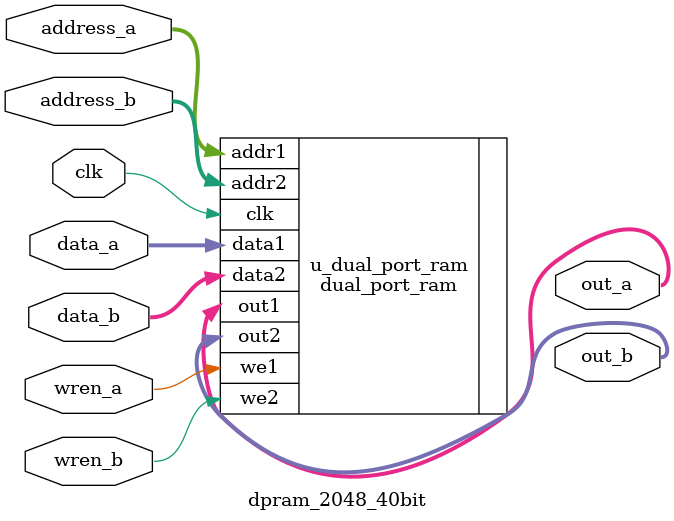
<source format=v>
module dpram_2048_40bit (
    clk,
    address_a,
    address_b,
    wren_a,
    wren_b,
    data_a,
    data_b,
    out_a,
    out_b
);
parameter AWIDTH=11;
parameter NUM_WORDS=2048;
parameter DWIDTH=40;
input clk;
input [(AWIDTH-1):0] address_a;
input [(AWIDTH-1):0] address_b;
input  wren_a;
input  wren_b;
input [(DWIDTH-1):0] data_a;
input [(DWIDTH-1):0] data_b;
output reg [(DWIDTH-1):0] out_a;
output reg [(DWIDTH-1):0] out_b;

`ifdef SIMULATION_MEMORY

reg [DWIDTH-1:0] ram[NUM_WORDS-1:0];
always @ (posedge clk) begin 
  if (wren_a) begin
      ram[address_a] <= data_a;
  end
  else begin
      out_a <= ram[address_a];
  end
end
  
always @ (posedge clk) begin 
  if (wren_b) begin
      ram[address_b] <= data_b;
  end 
  else begin
      out_b <= ram[address_b];
  end
end

`else

dual_port_ram u_dual_port_ram(
.addr1(address_a),
.we1(wren_a),
.data1(data_a),
.out1(out_a),
.addr2(address_b),
.we2(wren_b),
.data2(data_b),
.out2(out_b),
.clk(clk)
);

`endif
endmodule

</source>
